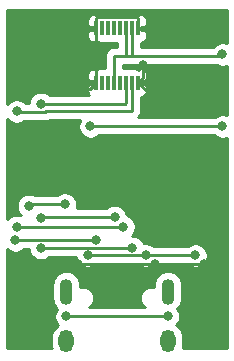
<source format=gbr>
%TF.GenerationSoftware,KiCad,Pcbnew,(5.1.6)-1*%
%TF.CreationDate,2021-03-12T01:35:39-08:00*%
%TF.ProjectId,WML-C43,574d4c2d-4334-4332-9e6b-696361645f70,rev?*%
%TF.SameCoordinates,Original*%
%TF.FileFunction,Copper,L1,Top*%
%TF.FilePolarity,Positive*%
%FSLAX46Y46*%
G04 Gerber Fmt 4.6, Leading zero omitted, Abs format (unit mm)*
G04 Created by KiCad (PCBNEW (5.1.6)-1) date 2021-03-12 01:35:39*
%MOMM*%
%LPD*%
G01*
G04 APERTURE LIST*
%TA.AperFunction,SMDPad,CuDef*%
%ADD10R,0.300000X1.200000*%
%TD*%
%TA.AperFunction,ComponentPad*%
%ADD11O,1.100000X2.200000*%
%TD*%
%TA.AperFunction,ComponentPad*%
%ADD12O,1.300000X1.900000*%
%TD*%
%TA.AperFunction,ViaPad*%
%ADD13C,0.800000*%
%TD*%
%TA.AperFunction,Conductor*%
%ADD14C,0.250000*%
%TD*%
%TA.AperFunction,Conductor*%
%ADD15C,0.254000*%
%TD*%
G04 APERTURE END LIST*
D10*
%TO.P,U3,9*%
%TO.N,GND*%
X161750000Y-36805000D03*
%TO.P,U3,10*%
%TO.N,D-*%
X161250000Y-36805000D03*
%TO.P,U3,16*%
%TO.N,GND*%
X158250000Y-36805000D03*
%TO.P,U3,14*%
%TO.N,N/C*%
X159250000Y-36805000D03*
%TO.P,U3,11*%
%TO.N,D+*%
X160750000Y-36805000D03*
%TO.P,U3,15*%
%TO.N,N/C*%
X158750000Y-36805000D03*
%TO.P,U3,13*%
%TO.N,3.3V*%
X159750000Y-36805000D03*
%TO.P,U3,12*%
%TO.N,N/C*%
X160250000Y-36805000D03*
%TO.P,U3,1*%
%TO.N,GND*%
X158250000Y-32205000D03*
%TO.P,U3,2*%
%TO.N,N/C*%
X158750000Y-32205000D03*
%TO.P,U3,3*%
X159250000Y-32205000D03*
%TO.P,U3,4*%
X159750000Y-32205000D03*
%TO.P,U3,5*%
X160250000Y-32205000D03*
%TO.P,U3,6*%
%TO.N,3.3V*%
X160750000Y-32205000D03*
%TO.P,U3,7*%
X161250000Y-32205000D03*
%TO.P,U3,8*%
%TO.N,GND*%
X161750000Y-32205000D03*
%TD*%
D11*
%TO.P,J1,S*%
%TO.N,Net-(C1-Pad1)*%
X155700000Y-54500000D03*
D12*
X155700000Y-58700000D03*
X164300000Y-58700000D03*
D11*
X164300000Y-54500000D03*
%TD*%
D13*
%TO.N,GND*%
X152517990Y-52197000D03*
X156718000Y-52197000D03*
X163195000Y-52197000D03*
X167386000Y-52197000D03*
X156845000Y-43815000D03*
X160782000Y-43815000D03*
X152527000Y-37338000D03*
X157226000Y-37338000D03*
X162179000Y-35306000D03*
X167259000Y-38735000D03*
%TO.N,Net-(C1-Pad1)*%
X164300000Y-56595000D03*
X155710000Y-56605000D03*
%TO.N,VBUS*%
X157517000Y-51435000D03*
X162433000Y-51435000D03*
X166624000Y-51435000D03*
%TO.N,3.3V*%
X168910000Y-34417000D03*
%TO.N,Net-(J1-PadA5)*%
X153543000Y-50800000D03*
X161290000Y-50800000D03*
%TO.N,Net-(J1-PadB5)*%
X151384000Y-50165000D03*
X158242000Y-50165000D03*
%TO.N,DBUS-*%
X160528000Y-49022000D03*
X151511000Y-49022000D03*
%TO.N,DBUS+*%
X159796010Y-48163010D03*
X153543000Y-48260000D03*
%TO.N,D+*%
X153543000Y-38608000D03*
%TO.N,D-*%
X151511000Y-39243000D03*
%TO.N,VFILTER*%
X168910000Y-40513000D03*
X157734000Y-40513000D03*
X155575000Y-47117000D03*
X152527000Y-47244000D03*
%TD*%
D14*
%TO.N,GND*%
X152517990Y-52197000D02*
X156718000Y-52197000D01*
X156718000Y-52197000D02*
X163195000Y-52197000D01*
X167386000Y-52197000D02*
X163195000Y-52197000D01*
X156845000Y-43815000D02*
X160782000Y-43815000D01*
X160782000Y-43815000D02*
X160782000Y-43815000D01*
X157717000Y-37338000D02*
X158250000Y-36805000D01*
X152527000Y-37338000D02*
X157226000Y-37338000D01*
X157226000Y-37338000D02*
X157717000Y-37338000D01*
X158250000Y-31369998D02*
X158250000Y-32205000D01*
X158339999Y-31279999D02*
X158250000Y-31369998D01*
X161674999Y-31279999D02*
X158339999Y-31279999D01*
X161750000Y-31355000D02*
X161674999Y-31279999D01*
X161750000Y-32205000D02*
X161750000Y-31355000D01*
X158250000Y-32205000D02*
X158250000Y-36805000D01*
X162179000Y-36376000D02*
X161750000Y-36805000D01*
X162179000Y-35306000D02*
X162179000Y-36376000D01*
X163680000Y-38735000D02*
X161750000Y-36805000D01*
X167259000Y-38735000D02*
X163680000Y-38735000D01*
%TO.N,Net-(C1-Pad1)*%
X155710000Y-56605000D02*
X164290000Y-56605000D01*
%TO.N,VBUS*%
X157517000Y-51435000D02*
X162433000Y-51435000D01*
X162433000Y-51435000D02*
X166624000Y-51435000D01*
%TO.N,3.3V*%
X159750000Y-36805000D02*
X159750000Y-34528000D01*
X168799000Y-34528000D02*
X168910000Y-34417000D01*
X161274000Y-32496000D02*
X161274000Y-34528000D01*
X161250000Y-32472000D02*
X161274000Y-32496000D01*
X161250000Y-32205000D02*
X161250000Y-32472000D01*
X161274000Y-34528000D02*
X168799000Y-34528000D01*
X160750000Y-34417000D02*
X160639000Y-34528000D01*
X160750000Y-32205000D02*
X160750000Y-34417000D01*
X159750000Y-34528000D02*
X160639000Y-34528000D01*
X160639000Y-34528000D02*
X161274000Y-34528000D01*
%TO.N,Net-(J1-PadA5)*%
X153543000Y-50800000D02*
X161290000Y-50800000D01*
%TO.N,Net-(J1-PadB5)*%
X151384000Y-50165000D02*
X158242000Y-50165000D01*
%TO.N,DBUS-*%
X160528000Y-49022000D02*
X151511000Y-49022000D01*
%TO.N,DBUS+*%
X159796010Y-48163010D02*
X153639990Y-48163010D01*
X153639990Y-48163010D02*
X153543000Y-48260000D01*
%TO.N,D+*%
X153543000Y-38608000D02*
X160655000Y-38608000D01*
X160750000Y-38513000D02*
X160750000Y-36805000D01*
X160655000Y-38608000D02*
X160750000Y-38513000D01*
%TO.N,D-*%
X161250000Y-36805000D02*
X161250000Y-39203000D01*
X151601001Y-39333001D02*
X151511000Y-39243000D01*
X153891001Y-39333001D02*
X151601001Y-39333001D01*
X154021002Y-39203000D02*
X153891001Y-39333001D01*
X161250000Y-39203000D02*
X154021002Y-39203000D01*
%TO.N,VFILTER*%
X168910000Y-40513000D02*
X157734000Y-40513000D01*
X155575000Y-47117000D02*
X152654000Y-47117000D01*
X152654000Y-47117000D02*
X152527000Y-47244000D01*
%TD*%
D15*
%TO.N,GND*%
G36*
X150707063Y-39902774D02*
G01*
X150851226Y-40046937D01*
X151020744Y-40160205D01*
X151209102Y-40238226D01*
X151409061Y-40278000D01*
X151612939Y-40278000D01*
X151812898Y-40238226D01*
X152001256Y-40160205D01*
X152101834Y-40093001D01*
X153853679Y-40093001D01*
X153891001Y-40096677D01*
X153928323Y-40093001D01*
X153928334Y-40093001D01*
X154039987Y-40082004D01*
X154183248Y-40038547D01*
X154315277Y-39967975D01*
X154321339Y-39963000D01*
X156856715Y-39963000D01*
X156816795Y-40022744D01*
X156738774Y-40211102D01*
X156699000Y-40411061D01*
X156699000Y-40614939D01*
X156738774Y-40814898D01*
X156816795Y-41003256D01*
X156930063Y-41172774D01*
X157074226Y-41316937D01*
X157243744Y-41430205D01*
X157432102Y-41508226D01*
X157632061Y-41548000D01*
X157835939Y-41548000D01*
X158035898Y-41508226D01*
X158224256Y-41430205D01*
X158393774Y-41316937D01*
X158437711Y-41273000D01*
X168206289Y-41273000D01*
X168250226Y-41316937D01*
X168419744Y-41430205D01*
X168608102Y-41508226D01*
X168808061Y-41548000D01*
X169011939Y-41548000D01*
X169211898Y-41508226D01*
X169315000Y-41465519D01*
X169315001Y-59315000D01*
X165547267Y-59315000D01*
X165566407Y-59251904D01*
X165585000Y-59063123D01*
X165585000Y-58336878D01*
X165566407Y-58148097D01*
X165492929Y-57905873D01*
X165373608Y-57682638D01*
X165213028Y-57486972D01*
X165025577Y-57333134D01*
X165103937Y-57254774D01*
X165217205Y-57085256D01*
X165295226Y-56896898D01*
X165335000Y-56696939D01*
X165335000Y-56493061D01*
X165295226Y-56293102D01*
X165217205Y-56104744D01*
X165103937Y-55935226D01*
X165097327Y-55928616D01*
X165141975Y-55891975D01*
X165290058Y-55711536D01*
X165400094Y-55505674D01*
X165467853Y-55282300D01*
X165485000Y-55108207D01*
X165485000Y-53891793D01*
X165467853Y-53717700D01*
X165400094Y-53494326D01*
X165290058Y-53288464D01*
X165141975Y-53108025D01*
X164961536Y-52959942D01*
X164755674Y-52849906D01*
X164532300Y-52782147D01*
X164300000Y-52759267D01*
X164067701Y-52782147D01*
X163844327Y-52849906D01*
X163638465Y-52959942D01*
X163458026Y-53108025D01*
X163309943Y-53288464D01*
X163199906Y-53494326D01*
X163132147Y-53717700D01*
X163115000Y-53891793D01*
X163115000Y-54116948D01*
X162984552Y-54091000D01*
X162795448Y-54091000D01*
X162609978Y-54127892D01*
X162435269Y-54200259D01*
X162278036Y-54305319D01*
X162144319Y-54439036D01*
X162039259Y-54596269D01*
X161966892Y-54770978D01*
X161930000Y-54956448D01*
X161930000Y-55145552D01*
X161966892Y-55331022D01*
X162039259Y-55505731D01*
X162144319Y-55662964D01*
X162278036Y-55796681D01*
X162350350Y-55845000D01*
X157649650Y-55845000D01*
X157721964Y-55796681D01*
X157855681Y-55662964D01*
X157960741Y-55505731D01*
X158033108Y-55331022D01*
X158070000Y-55145552D01*
X158070000Y-54956448D01*
X158033108Y-54770978D01*
X157960741Y-54596269D01*
X157855681Y-54439036D01*
X157721964Y-54305319D01*
X157564731Y-54200259D01*
X157390022Y-54127892D01*
X157204552Y-54091000D01*
X157015448Y-54091000D01*
X156885000Y-54116948D01*
X156885000Y-53891793D01*
X156867853Y-53717700D01*
X156800094Y-53494326D01*
X156690058Y-53288464D01*
X156541975Y-53108025D01*
X156361536Y-52959942D01*
X156155674Y-52849906D01*
X155932300Y-52782147D01*
X155700000Y-52759267D01*
X155467701Y-52782147D01*
X155244327Y-52849906D01*
X155038465Y-52959942D01*
X154858026Y-53108025D01*
X154709943Y-53288464D01*
X154599906Y-53494326D01*
X154532147Y-53717700D01*
X154515000Y-53891793D01*
X154515000Y-55108206D01*
X154532147Y-55282299D01*
X154599906Y-55505673D01*
X154709942Y-55711535D01*
X154858025Y-55891975D01*
X154913657Y-55937632D01*
X154906063Y-55945226D01*
X154792795Y-56114744D01*
X154714774Y-56303102D01*
X154675000Y-56503061D01*
X154675000Y-56706939D01*
X154714774Y-56906898D01*
X154792795Y-57095256D01*
X154906063Y-57264774D01*
X154974423Y-57333134D01*
X154786973Y-57486972D01*
X154626392Y-57682638D01*
X154507071Y-57905873D01*
X154433593Y-58148096D01*
X154415000Y-58336877D01*
X154415000Y-59063122D01*
X154433593Y-59251903D01*
X154452733Y-59315000D01*
X150685000Y-59315000D01*
X150685000Y-50929711D01*
X150724226Y-50968937D01*
X150893744Y-51082205D01*
X151082102Y-51160226D01*
X151282061Y-51200000D01*
X151485939Y-51200000D01*
X151685898Y-51160226D01*
X151874256Y-51082205D01*
X152043774Y-50968937D01*
X152087711Y-50925000D01*
X152512587Y-50925000D01*
X152547774Y-51101898D01*
X152625795Y-51290256D01*
X152739063Y-51459774D01*
X152883226Y-51603937D01*
X153052744Y-51717205D01*
X153241102Y-51795226D01*
X153441061Y-51835000D01*
X153644939Y-51835000D01*
X153844898Y-51795226D01*
X154033256Y-51717205D01*
X154202774Y-51603937D01*
X154246711Y-51560000D01*
X156486587Y-51560000D01*
X156521774Y-51736898D01*
X156599795Y-51925256D01*
X156713063Y-52094774D01*
X156857226Y-52238937D01*
X157026744Y-52352205D01*
X157215102Y-52430226D01*
X157415061Y-52470000D01*
X157618939Y-52470000D01*
X157818898Y-52430226D01*
X158007256Y-52352205D01*
X158176774Y-52238937D01*
X158220711Y-52195000D01*
X161729289Y-52195000D01*
X161773226Y-52238937D01*
X161942744Y-52352205D01*
X162131102Y-52430226D01*
X162331061Y-52470000D01*
X162534939Y-52470000D01*
X162734898Y-52430226D01*
X162923256Y-52352205D01*
X163092774Y-52238937D01*
X163136711Y-52195000D01*
X165920289Y-52195000D01*
X165964226Y-52238937D01*
X166133744Y-52352205D01*
X166322102Y-52430226D01*
X166522061Y-52470000D01*
X166725939Y-52470000D01*
X166925898Y-52430226D01*
X167114256Y-52352205D01*
X167283774Y-52238937D01*
X167427937Y-52094774D01*
X167541205Y-51925256D01*
X167619226Y-51736898D01*
X167659000Y-51536939D01*
X167659000Y-51333061D01*
X167619226Y-51133102D01*
X167541205Y-50944744D01*
X167427937Y-50775226D01*
X167283774Y-50631063D01*
X167114256Y-50517795D01*
X166925898Y-50439774D01*
X166725939Y-50400000D01*
X166522061Y-50400000D01*
X166322102Y-50439774D01*
X166133744Y-50517795D01*
X165964226Y-50631063D01*
X165920289Y-50675000D01*
X163136711Y-50675000D01*
X163092774Y-50631063D01*
X162923256Y-50517795D01*
X162734898Y-50439774D01*
X162534939Y-50400000D01*
X162331061Y-50400000D01*
X162251173Y-50415891D01*
X162207205Y-50309744D01*
X162093937Y-50140226D01*
X161949774Y-49996063D01*
X161780256Y-49882795D01*
X161591898Y-49804774D01*
X161391939Y-49765000D01*
X161248711Y-49765000D01*
X161331937Y-49681774D01*
X161445205Y-49512256D01*
X161523226Y-49323898D01*
X161563000Y-49123939D01*
X161563000Y-48920061D01*
X161523226Y-48720102D01*
X161445205Y-48531744D01*
X161331937Y-48362226D01*
X161187774Y-48218063D01*
X161018256Y-48104795D01*
X160829898Y-48026774D01*
X160823953Y-48025591D01*
X160791236Y-47861112D01*
X160713215Y-47672754D01*
X160599947Y-47503236D01*
X160455784Y-47359073D01*
X160286266Y-47245805D01*
X160097908Y-47167784D01*
X159897949Y-47128010D01*
X159694071Y-47128010D01*
X159494112Y-47167784D01*
X159305754Y-47245805D01*
X159136236Y-47359073D01*
X159092299Y-47403010D01*
X156573386Y-47403010D01*
X156610000Y-47218939D01*
X156610000Y-47015061D01*
X156570226Y-46815102D01*
X156492205Y-46626744D01*
X156378937Y-46457226D01*
X156234774Y-46313063D01*
X156065256Y-46199795D01*
X155876898Y-46121774D01*
X155676939Y-46082000D01*
X155473061Y-46082000D01*
X155273102Y-46121774D01*
X155084744Y-46199795D01*
X154915226Y-46313063D01*
X154871289Y-46357000D01*
X153062461Y-46357000D01*
X153017256Y-46326795D01*
X152828898Y-46248774D01*
X152628939Y-46209000D01*
X152425061Y-46209000D01*
X152225102Y-46248774D01*
X152036744Y-46326795D01*
X151867226Y-46440063D01*
X151723063Y-46584226D01*
X151609795Y-46753744D01*
X151531774Y-46942102D01*
X151492000Y-47142061D01*
X151492000Y-47345939D01*
X151531774Y-47545898D01*
X151609795Y-47734256D01*
X151723063Y-47903774D01*
X151867226Y-48047937D01*
X151872505Y-48051464D01*
X151812898Y-48026774D01*
X151612939Y-47987000D01*
X151409061Y-47987000D01*
X151209102Y-48026774D01*
X151020744Y-48104795D01*
X150851226Y-48218063D01*
X150707063Y-48362226D01*
X150685000Y-48395246D01*
X150685000Y-39869754D01*
X150707063Y-39902774D01*
G37*
X150707063Y-39902774D02*
X150851226Y-40046937D01*
X151020744Y-40160205D01*
X151209102Y-40238226D01*
X151409061Y-40278000D01*
X151612939Y-40278000D01*
X151812898Y-40238226D01*
X152001256Y-40160205D01*
X152101834Y-40093001D01*
X153853679Y-40093001D01*
X153891001Y-40096677D01*
X153928323Y-40093001D01*
X153928334Y-40093001D01*
X154039987Y-40082004D01*
X154183248Y-40038547D01*
X154315277Y-39967975D01*
X154321339Y-39963000D01*
X156856715Y-39963000D01*
X156816795Y-40022744D01*
X156738774Y-40211102D01*
X156699000Y-40411061D01*
X156699000Y-40614939D01*
X156738774Y-40814898D01*
X156816795Y-41003256D01*
X156930063Y-41172774D01*
X157074226Y-41316937D01*
X157243744Y-41430205D01*
X157432102Y-41508226D01*
X157632061Y-41548000D01*
X157835939Y-41548000D01*
X158035898Y-41508226D01*
X158224256Y-41430205D01*
X158393774Y-41316937D01*
X158437711Y-41273000D01*
X168206289Y-41273000D01*
X168250226Y-41316937D01*
X168419744Y-41430205D01*
X168608102Y-41508226D01*
X168808061Y-41548000D01*
X169011939Y-41548000D01*
X169211898Y-41508226D01*
X169315000Y-41465519D01*
X169315001Y-59315000D01*
X165547267Y-59315000D01*
X165566407Y-59251904D01*
X165585000Y-59063123D01*
X165585000Y-58336878D01*
X165566407Y-58148097D01*
X165492929Y-57905873D01*
X165373608Y-57682638D01*
X165213028Y-57486972D01*
X165025577Y-57333134D01*
X165103937Y-57254774D01*
X165217205Y-57085256D01*
X165295226Y-56896898D01*
X165335000Y-56696939D01*
X165335000Y-56493061D01*
X165295226Y-56293102D01*
X165217205Y-56104744D01*
X165103937Y-55935226D01*
X165097327Y-55928616D01*
X165141975Y-55891975D01*
X165290058Y-55711536D01*
X165400094Y-55505674D01*
X165467853Y-55282300D01*
X165485000Y-55108207D01*
X165485000Y-53891793D01*
X165467853Y-53717700D01*
X165400094Y-53494326D01*
X165290058Y-53288464D01*
X165141975Y-53108025D01*
X164961536Y-52959942D01*
X164755674Y-52849906D01*
X164532300Y-52782147D01*
X164300000Y-52759267D01*
X164067701Y-52782147D01*
X163844327Y-52849906D01*
X163638465Y-52959942D01*
X163458026Y-53108025D01*
X163309943Y-53288464D01*
X163199906Y-53494326D01*
X163132147Y-53717700D01*
X163115000Y-53891793D01*
X163115000Y-54116948D01*
X162984552Y-54091000D01*
X162795448Y-54091000D01*
X162609978Y-54127892D01*
X162435269Y-54200259D01*
X162278036Y-54305319D01*
X162144319Y-54439036D01*
X162039259Y-54596269D01*
X161966892Y-54770978D01*
X161930000Y-54956448D01*
X161930000Y-55145552D01*
X161966892Y-55331022D01*
X162039259Y-55505731D01*
X162144319Y-55662964D01*
X162278036Y-55796681D01*
X162350350Y-55845000D01*
X157649650Y-55845000D01*
X157721964Y-55796681D01*
X157855681Y-55662964D01*
X157960741Y-55505731D01*
X158033108Y-55331022D01*
X158070000Y-55145552D01*
X158070000Y-54956448D01*
X158033108Y-54770978D01*
X157960741Y-54596269D01*
X157855681Y-54439036D01*
X157721964Y-54305319D01*
X157564731Y-54200259D01*
X157390022Y-54127892D01*
X157204552Y-54091000D01*
X157015448Y-54091000D01*
X156885000Y-54116948D01*
X156885000Y-53891793D01*
X156867853Y-53717700D01*
X156800094Y-53494326D01*
X156690058Y-53288464D01*
X156541975Y-53108025D01*
X156361536Y-52959942D01*
X156155674Y-52849906D01*
X155932300Y-52782147D01*
X155700000Y-52759267D01*
X155467701Y-52782147D01*
X155244327Y-52849906D01*
X155038465Y-52959942D01*
X154858026Y-53108025D01*
X154709943Y-53288464D01*
X154599906Y-53494326D01*
X154532147Y-53717700D01*
X154515000Y-53891793D01*
X154515000Y-55108206D01*
X154532147Y-55282299D01*
X154599906Y-55505673D01*
X154709942Y-55711535D01*
X154858025Y-55891975D01*
X154913657Y-55937632D01*
X154906063Y-55945226D01*
X154792795Y-56114744D01*
X154714774Y-56303102D01*
X154675000Y-56503061D01*
X154675000Y-56706939D01*
X154714774Y-56906898D01*
X154792795Y-57095256D01*
X154906063Y-57264774D01*
X154974423Y-57333134D01*
X154786973Y-57486972D01*
X154626392Y-57682638D01*
X154507071Y-57905873D01*
X154433593Y-58148096D01*
X154415000Y-58336877D01*
X154415000Y-59063122D01*
X154433593Y-59251903D01*
X154452733Y-59315000D01*
X150685000Y-59315000D01*
X150685000Y-50929711D01*
X150724226Y-50968937D01*
X150893744Y-51082205D01*
X151082102Y-51160226D01*
X151282061Y-51200000D01*
X151485939Y-51200000D01*
X151685898Y-51160226D01*
X151874256Y-51082205D01*
X152043774Y-50968937D01*
X152087711Y-50925000D01*
X152512587Y-50925000D01*
X152547774Y-51101898D01*
X152625795Y-51290256D01*
X152739063Y-51459774D01*
X152883226Y-51603937D01*
X153052744Y-51717205D01*
X153241102Y-51795226D01*
X153441061Y-51835000D01*
X153644939Y-51835000D01*
X153844898Y-51795226D01*
X154033256Y-51717205D01*
X154202774Y-51603937D01*
X154246711Y-51560000D01*
X156486587Y-51560000D01*
X156521774Y-51736898D01*
X156599795Y-51925256D01*
X156713063Y-52094774D01*
X156857226Y-52238937D01*
X157026744Y-52352205D01*
X157215102Y-52430226D01*
X157415061Y-52470000D01*
X157618939Y-52470000D01*
X157818898Y-52430226D01*
X158007256Y-52352205D01*
X158176774Y-52238937D01*
X158220711Y-52195000D01*
X161729289Y-52195000D01*
X161773226Y-52238937D01*
X161942744Y-52352205D01*
X162131102Y-52430226D01*
X162331061Y-52470000D01*
X162534939Y-52470000D01*
X162734898Y-52430226D01*
X162923256Y-52352205D01*
X163092774Y-52238937D01*
X163136711Y-52195000D01*
X165920289Y-52195000D01*
X165964226Y-52238937D01*
X166133744Y-52352205D01*
X166322102Y-52430226D01*
X166522061Y-52470000D01*
X166725939Y-52470000D01*
X166925898Y-52430226D01*
X167114256Y-52352205D01*
X167283774Y-52238937D01*
X167427937Y-52094774D01*
X167541205Y-51925256D01*
X167619226Y-51736898D01*
X167659000Y-51536939D01*
X167659000Y-51333061D01*
X167619226Y-51133102D01*
X167541205Y-50944744D01*
X167427937Y-50775226D01*
X167283774Y-50631063D01*
X167114256Y-50517795D01*
X166925898Y-50439774D01*
X166725939Y-50400000D01*
X166522061Y-50400000D01*
X166322102Y-50439774D01*
X166133744Y-50517795D01*
X165964226Y-50631063D01*
X165920289Y-50675000D01*
X163136711Y-50675000D01*
X163092774Y-50631063D01*
X162923256Y-50517795D01*
X162734898Y-50439774D01*
X162534939Y-50400000D01*
X162331061Y-50400000D01*
X162251173Y-50415891D01*
X162207205Y-50309744D01*
X162093937Y-50140226D01*
X161949774Y-49996063D01*
X161780256Y-49882795D01*
X161591898Y-49804774D01*
X161391939Y-49765000D01*
X161248711Y-49765000D01*
X161331937Y-49681774D01*
X161445205Y-49512256D01*
X161523226Y-49323898D01*
X161563000Y-49123939D01*
X161563000Y-48920061D01*
X161523226Y-48720102D01*
X161445205Y-48531744D01*
X161331937Y-48362226D01*
X161187774Y-48218063D01*
X161018256Y-48104795D01*
X160829898Y-48026774D01*
X160823953Y-48025591D01*
X160791236Y-47861112D01*
X160713215Y-47672754D01*
X160599947Y-47503236D01*
X160455784Y-47359073D01*
X160286266Y-47245805D01*
X160097908Y-47167784D01*
X159897949Y-47128010D01*
X159694071Y-47128010D01*
X159494112Y-47167784D01*
X159305754Y-47245805D01*
X159136236Y-47359073D01*
X159092299Y-47403010D01*
X156573386Y-47403010D01*
X156610000Y-47218939D01*
X156610000Y-47015061D01*
X156570226Y-46815102D01*
X156492205Y-46626744D01*
X156378937Y-46457226D01*
X156234774Y-46313063D01*
X156065256Y-46199795D01*
X155876898Y-46121774D01*
X155676939Y-46082000D01*
X155473061Y-46082000D01*
X155273102Y-46121774D01*
X155084744Y-46199795D01*
X154915226Y-46313063D01*
X154871289Y-46357000D01*
X153062461Y-46357000D01*
X153017256Y-46326795D01*
X152828898Y-46248774D01*
X152628939Y-46209000D01*
X152425061Y-46209000D01*
X152225102Y-46248774D01*
X152036744Y-46326795D01*
X151867226Y-46440063D01*
X151723063Y-46584226D01*
X151609795Y-46753744D01*
X151531774Y-46942102D01*
X151492000Y-47142061D01*
X151492000Y-47345939D01*
X151531774Y-47545898D01*
X151609795Y-47734256D01*
X151723063Y-47903774D01*
X151867226Y-48047937D01*
X151872505Y-48051464D01*
X151812898Y-48026774D01*
X151612939Y-47987000D01*
X151409061Y-47987000D01*
X151209102Y-48026774D01*
X151020744Y-48104795D01*
X150851226Y-48218063D01*
X150707063Y-48362226D01*
X150685000Y-48395246D01*
X150685000Y-39869754D01*
X150707063Y-39902774D01*
G36*
X160639000Y-35291676D02*
G01*
X160676322Y-35288000D01*
X161236667Y-35288000D01*
X161274000Y-35291677D01*
X161311333Y-35288000D01*
X168350593Y-35288000D01*
X168419744Y-35334205D01*
X168608102Y-35412226D01*
X168808061Y-35452000D01*
X169011939Y-35452000D01*
X169211898Y-35412226D01*
X169315000Y-35369519D01*
X169315000Y-39560481D01*
X169211898Y-39517774D01*
X169011939Y-39478000D01*
X168808061Y-39478000D01*
X168608102Y-39517774D01*
X168419744Y-39595795D01*
X168250226Y-39709063D01*
X168206289Y-39753000D01*
X161777817Y-39753000D01*
X161790001Y-39743001D01*
X161884974Y-39627276D01*
X161955546Y-39495247D01*
X161999003Y-39351986D01*
X162010000Y-39240333D01*
X162013677Y-39203000D01*
X162010000Y-39165667D01*
X162010000Y-38031357D01*
X162035289Y-38028564D01*
X162154341Y-37990189D01*
X162263619Y-37929325D01*
X162358923Y-37848312D01*
X162436591Y-37750263D01*
X162493638Y-37638945D01*
X162527871Y-37518637D01*
X162537977Y-37393961D01*
X162535000Y-37090750D01*
X162376250Y-36932000D01*
X162038072Y-36932000D01*
X162038072Y-36678000D01*
X162376250Y-36678000D01*
X162535000Y-36519250D01*
X162537977Y-36216039D01*
X162527871Y-36091363D01*
X162493638Y-35971055D01*
X162436591Y-35859737D01*
X162358923Y-35761688D01*
X162263619Y-35680675D01*
X162154341Y-35619811D01*
X162035289Y-35581436D01*
X161931750Y-35570000D01*
X161794475Y-35707275D01*
X161754494Y-35674463D01*
X161644180Y-35615498D01*
X161600497Y-35602247D01*
X161568250Y-35570000D01*
X161503644Y-35577136D01*
X161400000Y-35566928D01*
X161100000Y-35566928D01*
X161000000Y-35576777D01*
X160900000Y-35566928D01*
X160600000Y-35566928D01*
X160510000Y-35575792D01*
X160510000Y-35288000D01*
X160601678Y-35288000D01*
X160639000Y-35291676D01*
G37*
X160639000Y-35291676D02*
X160676322Y-35288000D01*
X161236667Y-35288000D01*
X161274000Y-35291677D01*
X161311333Y-35288000D01*
X168350593Y-35288000D01*
X168419744Y-35334205D01*
X168608102Y-35412226D01*
X168808061Y-35452000D01*
X169011939Y-35452000D01*
X169211898Y-35412226D01*
X169315000Y-35369519D01*
X169315000Y-39560481D01*
X169211898Y-39517774D01*
X169011939Y-39478000D01*
X168808061Y-39478000D01*
X168608102Y-39517774D01*
X168419744Y-39595795D01*
X168250226Y-39709063D01*
X168206289Y-39753000D01*
X161777817Y-39753000D01*
X161790001Y-39743001D01*
X161884974Y-39627276D01*
X161955546Y-39495247D01*
X161999003Y-39351986D01*
X162010000Y-39240333D01*
X162013677Y-39203000D01*
X162010000Y-39165667D01*
X162010000Y-38031357D01*
X162035289Y-38028564D01*
X162154341Y-37990189D01*
X162263619Y-37929325D01*
X162358923Y-37848312D01*
X162436591Y-37750263D01*
X162493638Y-37638945D01*
X162527871Y-37518637D01*
X162537977Y-37393961D01*
X162535000Y-37090750D01*
X162376250Y-36932000D01*
X162038072Y-36932000D01*
X162038072Y-36678000D01*
X162376250Y-36678000D01*
X162535000Y-36519250D01*
X162537977Y-36216039D01*
X162527871Y-36091363D01*
X162493638Y-35971055D01*
X162436591Y-35859737D01*
X162358923Y-35761688D01*
X162263619Y-35680675D01*
X162154341Y-35619811D01*
X162035289Y-35581436D01*
X161931750Y-35570000D01*
X161794475Y-35707275D01*
X161754494Y-35674463D01*
X161644180Y-35615498D01*
X161600497Y-35602247D01*
X161568250Y-35570000D01*
X161503644Y-35577136D01*
X161400000Y-35566928D01*
X161100000Y-35566928D01*
X161000000Y-35576777D01*
X160900000Y-35566928D01*
X160600000Y-35566928D01*
X160510000Y-35575792D01*
X160510000Y-35288000D01*
X160601678Y-35288000D01*
X160639000Y-35291676D01*
G36*
X169315000Y-33464481D02*
G01*
X169211898Y-33421774D01*
X169011939Y-33382000D01*
X168808061Y-33382000D01*
X168608102Y-33421774D01*
X168419744Y-33499795D01*
X168250226Y-33613063D01*
X168106063Y-33757226D01*
X168098864Y-33768000D01*
X162034000Y-33768000D01*
X162034000Y-33428706D01*
X162035289Y-33428564D01*
X162154341Y-33390189D01*
X162263619Y-33329325D01*
X162358923Y-33248312D01*
X162436591Y-33150263D01*
X162493638Y-33038945D01*
X162527871Y-32918637D01*
X162537977Y-32793961D01*
X162535000Y-32490750D01*
X162376250Y-32332000D01*
X162038072Y-32332000D01*
X162038072Y-32078000D01*
X162376250Y-32078000D01*
X162535000Y-31919250D01*
X162537977Y-31616039D01*
X162527871Y-31491363D01*
X162493638Y-31371055D01*
X162436591Y-31259737D01*
X162358923Y-31161688D01*
X162263619Y-31080675D01*
X162154341Y-31019811D01*
X162035289Y-30981436D01*
X161931750Y-30970000D01*
X161794475Y-31107275D01*
X161754494Y-31074463D01*
X161644180Y-31015498D01*
X161600497Y-31002247D01*
X161568250Y-30970000D01*
X161503644Y-30977136D01*
X161400000Y-30966928D01*
X161100000Y-30966928D01*
X161000000Y-30976777D01*
X160900000Y-30966928D01*
X160600000Y-30966928D01*
X160500000Y-30976777D01*
X160400000Y-30966928D01*
X160100000Y-30966928D01*
X160000000Y-30976777D01*
X159900000Y-30966928D01*
X159600000Y-30966928D01*
X159500000Y-30976777D01*
X159400000Y-30966928D01*
X159100000Y-30966928D01*
X159000000Y-30976777D01*
X158900000Y-30966928D01*
X158600000Y-30966928D01*
X158496356Y-30977136D01*
X158431750Y-30970000D01*
X158399503Y-31002247D01*
X158355820Y-31015498D01*
X158245506Y-31074463D01*
X158205525Y-31107275D01*
X158068250Y-30970000D01*
X157964711Y-30981436D01*
X157845659Y-31019811D01*
X157736381Y-31080675D01*
X157641077Y-31161688D01*
X157563409Y-31259737D01*
X157506362Y-31371055D01*
X157472129Y-31491363D01*
X157462023Y-31616039D01*
X157465000Y-31919250D01*
X157623750Y-32078000D01*
X157961928Y-32078000D01*
X157961928Y-32332000D01*
X157623750Y-32332000D01*
X157465000Y-32490750D01*
X157462023Y-32793961D01*
X157472129Y-32918637D01*
X157506362Y-33038945D01*
X157563409Y-33150263D01*
X157641077Y-33248312D01*
X157736381Y-33329325D01*
X157845659Y-33390189D01*
X157964711Y-33428564D01*
X158068250Y-33440000D01*
X158205525Y-33302725D01*
X158245506Y-33335537D01*
X158355820Y-33394502D01*
X158399503Y-33407753D01*
X158431750Y-33440000D01*
X158496356Y-33432864D01*
X158600000Y-33443072D01*
X158900000Y-33443072D01*
X159000000Y-33433223D01*
X159100000Y-33443072D01*
X159400000Y-33443072D01*
X159500000Y-33433223D01*
X159600000Y-33443072D01*
X159900000Y-33443072D01*
X159990001Y-33434208D01*
X159990001Y-33768000D01*
X159787333Y-33768000D01*
X159750000Y-33764323D01*
X159712667Y-33768000D01*
X159601014Y-33778997D01*
X159457753Y-33822454D01*
X159325724Y-33893026D01*
X159209999Y-33987999D01*
X159115026Y-34103724D01*
X159044454Y-34235753D01*
X159000997Y-34379014D01*
X158986323Y-34528000D01*
X158990001Y-34565343D01*
X158990001Y-35575792D01*
X158900000Y-35566928D01*
X158600000Y-35566928D01*
X158496356Y-35577136D01*
X158431750Y-35570000D01*
X158399503Y-35602247D01*
X158355820Y-35615498D01*
X158245506Y-35674463D01*
X158205525Y-35707275D01*
X158068250Y-35570000D01*
X157964711Y-35581436D01*
X157845659Y-35619811D01*
X157736381Y-35680675D01*
X157641077Y-35761688D01*
X157563409Y-35859737D01*
X157506362Y-35971055D01*
X157472129Y-36091363D01*
X157462023Y-36216039D01*
X157465000Y-36519250D01*
X157623750Y-36678000D01*
X157961928Y-36678000D01*
X157961928Y-36932000D01*
X157623750Y-36932000D01*
X157465000Y-37090750D01*
X157462023Y-37393961D01*
X157472129Y-37518637D01*
X157506362Y-37638945D01*
X157563409Y-37750263D01*
X157640830Y-37848000D01*
X154246711Y-37848000D01*
X154202774Y-37804063D01*
X154033256Y-37690795D01*
X153844898Y-37612774D01*
X153644939Y-37573000D01*
X153441061Y-37573000D01*
X153241102Y-37612774D01*
X153052744Y-37690795D01*
X152883226Y-37804063D01*
X152739063Y-37948226D01*
X152625795Y-38117744D01*
X152547774Y-38306102D01*
X152508000Y-38506061D01*
X152508000Y-38573001D01*
X152304712Y-38573001D01*
X152170774Y-38439063D01*
X152001256Y-38325795D01*
X151812898Y-38247774D01*
X151612939Y-38208000D01*
X151409061Y-38208000D01*
X151209102Y-38247774D01*
X151020744Y-38325795D01*
X150851226Y-38439063D01*
X150707063Y-38583226D01*
X150685000Y-38616246D01*
X150685000Y-30685000D01*
X169315000Y-30685000D01*
X169315000Y-33464481D01*
G37*
X169315000Y-33464481D02*
X169211898Y-33421774D01*
X169011939Y-33382000D01*
X168808061Y-33382000D01*
X168608102Y-33421774D01*
X168419744Y-33499795D01*
X168250226Y-33613063D01*
X168106063Y-33757226D01*
X168098864Y-33768000D01*
X162034000Y-33768000D01*
X162034000Y-33428706D01*
X162035289Y-33428564D01*
X162154341Y-33390189D01*
X162263619Y-33329325D01*
X162358923Y-33248312D01*
X162436591Y-33150263D01*
X162493638Y-33038945D01*
X162527871Y-32918637D01*
X162537977Y-32793961D01*
X162535000Y-32490750D01*
X162376250Y-32332000D01*
X162038072Y-32332000D01*
X162038072Y-32078000D01*
X162376250Y-32078000D01*
X162535000Y-31919250D01*
X162537977Y-31616039D01*
X162527871Y-31491363D01*
X162493638Y-31371055D01*
X162436591Y-31259737D01*
X162358923Y-31161688D01*
X162263619Y-31080675D01*
X162154341Y-31019811D01*
X162035289Y-30981436D01*
X161931750Y-30970000D01*
X161794475Y-31107275D01*
X161754494Y-31074463D01*
X161644180Y-31015498D01*
X161600497Y-31002247D01*
X161568250Y-30970000D01*
X161503644Y-30977136D01*
X161400000Y-30966928D01*
X161100000Y-30966928D01*
X161000000Y-30976777D01*
X160900000Y-30966928D01*
X160600000Y-30966928D01*
X160500000Y-30976777D01*
X160400000Y-30966928D01*
X160100000Y-30966928D01*
X160000000Y-30976777D01*
X159900000Y-30966928D01*
X159600000Y-30966928D01*
X159500000Y-30976777D01*
X159400000Y-30966928D01*
X159100000Y-30966928D01*
X159000000Y-30976777D01*
X158900000Y-30966928D01*
X158600000Y-30966928D01*
X158496356Y-30977136D01*
X158431750Y-30970000D01*
X158399503Y-31002247D01*
X158355820Y-31015498D01*
X158245506Y-31074463D01*
X158205525Y-31107275D01*
X158068250Y-30970000D01*
X157964711Y-30981436D01*
X157845659Y-31019811D01*
X157736381Y-31080675D01*
X157641077Y-31161688D01*
X157563409Y-31259737D01*
X157506362Y-31371055D01*
X157472129Y-31491363D01*
X157462023Y-31616039D01*
X157465000Y-31919250D01*
X157623750Y-32078000D01*
X157961928Y-32078000D01*
X157961928Y-32332000D01*
X157623750Y-32332000D01*
X157465000Y-32490750D01*
X157462023Y-32793961D01*
X157472129Y-32918637D01*
X157506362Y-33038945D01*
X157563409Y-33150263D01*
X157641077Y-33248312D01*
X157736381Y-33329325D01*
X157845659Y-33390189D01*
X157964711Y-33428564D01*
X158068250Y-33440000D01*
X158205525Y-33302725D01*
X158245506Y-33335537D01*
X158355820Y-33394502D01*
X158399503Y-33407753D01*
X158431750Y-33440000D01*
X158496356Y-33432864D01*
X158600000Y-33443072D01*
X158900000Y-33443072D01*
X159000000Y-33433223D01*
X159100000Y-33443072D01*
X159400000Y-33443072D01*
X159500000Y-33433223D01*
X159600000Y-33443072D01*
X159900000Y-33443072D01*
X159990001Y-33434208D01*
X159990001Y-33768000D01*
X159787333Y-33768000D01*
X159750000Y-33764323D01*
X159712667Y-33768000D01*
X159601014Y-33778997D01*
X159457753Y-33822454D01*
X159325724Y-33893026D01*
X159209999Y-33987999D01*
X159115026Y-34103724D01*
X159044454Y-34235753D01*
X159000997Y-34379014D01*
X158986323Y-34528000D01*
X158990001Y-34565343D01*
X158990001Y-35575792D01*
X158900000Y-35566928D01*
X158600000Y-35566928D01*
X158496356Y-35577136D01*
X158431750Y-35570000D01*
X158399503Y-35602247D01*
X158355820Y-35615498D01*
X158245506Y-35674463D01*
X158205525Y-35707275D01*
X158068250Y-35570000D01*
X157964711Y-35581436D01*
X157845659Y-35619811D01*
X157736381Y-35680675D01*
X157641077Y-35761688D01*
X157563409Y-35859737D01*
X157506362Y-35971055D01*
X157472129Y-36091363D01*
X157462023Y-36216039D01*
X157465000Y-36519250D01*
X157623750Y-36678000D01*
X157961928Y-36678000D01*
X157961928Y-36932000D01*
X157623750Y-36932000D01*
X157465000Y-37090750D01*
X157462023Y-37393961D01*
X157472129Y-37518637D01*
X157506362Y-37638945D01*
X157563409Y-37750263D01*
X157640830Y-37848000D01*
X154246711Y-37848000D01*
X154202774Y-37804063D01*
X154033256Y-37690795D01*
X153844898Y-37612774D01*
X153644939Y-37573000D01*
X153441061Y-37573000D01*
X153241102Y-37612774D01*
X153052744Y-37690795D01*
X152883226Y-37804063D01*
X152739063Y-37948226D01*
X152625795Y-38117744D01*
X152547774Y-38306102D01*
X152508000Y-38506061D01*
X152508000Y-38573001D01*
X152304712Y-38573001D01*
X152170774Y-38439063D01*
X152001256Y-38325795D01*
X151812898Y-38247774D01*
X151612939Y-38208000D01*
X151409061Y-38208000D01*
X151209102Y-38247774D01*
X151020744Y-38325795D01*
X150851226Y-38439063D01*
X150707063Y-38583226D01*
X150685000Y-38616246D01*
X150685000Y-30685000D01*
X169315000Y-30685000D01*
X169315000Y-33464481D01*
%TD*%
M02*

</source>
